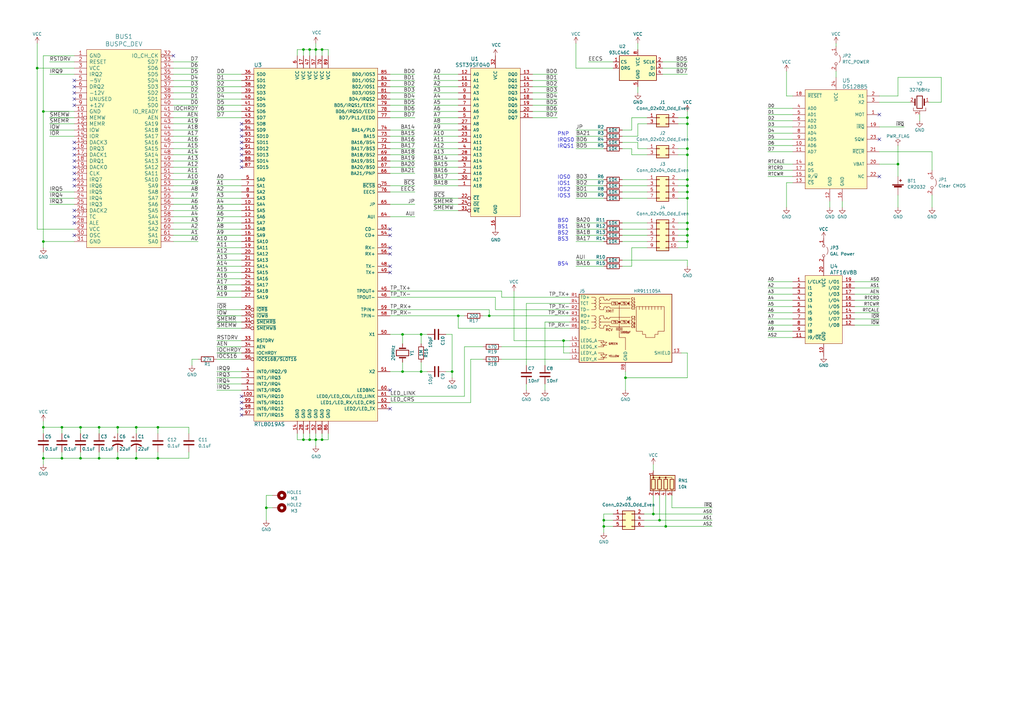
<source format=kicad_sch>
(kicad_sch (version 20250114) (generator "eeschema") (generator_version "9.0")
  (paper "A3")
  (title_block (title "ISA 8-Bit Ethernet Controller") (date "2021-04-22") (rev "1.0") (company "Designed by Sergey Kiselev") (comment 2 "Licensed under CERN-OHL-S: https://cern-ohl.web.cern.ch") (comment 3 "Documentation and design files: https://github.com/skiselev/isa8_eth") (comment 4 "ISA 8-Bit Ethernet Controller is an open source hardware project"))
  (text "IOS3" (at 228.6 81.28 0) (effects (font (size 1.524 1.524)) (justify left bottom)))
  (text "IRQS0" (at 228.6 58.42 0) (effects (font (size 1.524 1.524)) (justify left bottom)))
  (text "BS2" (at 228.6 96.52 0) (effects (font (size 1.524 1.524)) (justify left bottom)))
  (text "BS4" (at 228.6 109.22 0) (effects (font (size 1.524 1.524)) (justify left bottom)))
  (text "IRQS1" (at 228.6 60.96 0) (effects (font (size 1.524 1.524)) (justify left bottom)))
  (text "BS3" (at 228.6 99.06 0) (effects (font (size 1.524 1.524)) (justify left bottom)))
  (text "IOS0" (at 228.6 73.66 0) (effects (font (size 1.524 1.524)) (justify left bottom)))
  (text "PNP" (at 228.6 55.88 0) (effects (font (size 1.524 1.524)) (justify left bottom)))
  (text "IOS2" (at 228.6 78.74 0) (effects (font (size 1.524 1.524)) (justify left bottom)))
  (text "BS0" (at 228.6 91.44 0) (effects (font (size 1.524 1.524)) (justify left bottom)))
  (text "IOS1" (at 228.6 76.2 0) (effects (font (size 1.524 1.524)) (justify left bottom)))
  (text "BS1" (at 228.6 93.98 0) (effects (font (size 1.524 1.524)) (justify left bottom)))
  (junction (at 127 20.32))
  (junction (at 281.94 99.06))
  (junction (at 129.54 180.34))
  (junction (at 124.46 180.34))
  (junction (at 17.78 187.96))
  (junction (at 185.42 152.4))
  (junction (at 48.26 187.96))
  (junction (at 368.3 67.31))
  (junction (at 172.72 137.16))
  (junction (at 109.22 208.28))
  (junction (at 55.88 175.26))
  (junction (at 64.77 187.96))
  (junction (at 270.51 213.36))
  (junction (at 267.97 210.82))
  (junction (at 281.94 63.5))
  (junction (at 64.77 175.26))
  (junction (at 55.88 187.96))
  (junction (at 273.05 215.9))
  (junction (at 281.94 48.26))
  (junction (at 127 180.34))
  (junction (at 281.94 50.8))
  (junction (at 281.94 93.98))
  (junction (at 187.96 129.54))
  (junction (at 40.64 175.26))
  (junction (at 256.54 154.94))
  (junction (at 281.94 91.44))
  (junction (at 132.08 180.34))
  (junction (at 281.94 96.52))
  (junction (at 281.94 81.28))
  (junction (at 172.72 152.4))
  (junction (at 231.14 139.7))
  (junction (at 247.65 213.36))
  (junction (at 281.94 60.96))
  (junction (at 48.26 175.26))
  (junction (at 25.4 187.96))
  (junction (at 247.65 215.9))
  (junction (at 33.02 187.96))
  (junction (at 132.08 20.32))
  (junction (at 165.1 152.4))
  (junction (at 281.94 76.2))
  (junction (at 165.1 137.16))
  (junction (at 281.94 78.74))
  (junction (at 33.02 175.26))
  (junction (at 17.78 175.26))
  (junction (at 124.46 20.32))
  (junction (at 17.78 45.72))
  (junction (at 129.54 20.32))
  (junction (at 40.64 187.96))
  (junction (at 25.4 175.26))
  (junction (at 281.94 73.66))
  (junction (at 17.78 99.06))
  (junction (at 200.66 129.54))
  (junction (at 15.24 27.94))
  (no_connect (at 99.06 170.18))
  (no_connect (at 30.48 88.9))
  (no_connect (at 30.48 35.56))
  (no_connect (at 30.48 58.42))
  (no_connect (at 99.06 167.64))
  (no_connect (at 30.48 76.2))
  (no_connect (at 99.06 165.1))
  (no_connect (at 160.02 104.14))
  (no_connect (at 30.48 38.1))
  (no_connect (at 160.02 96.52))
  (no_connect (at 160.02 109.22))
  (no_connect (at 160.02 111.76))
  (no_connect (at 360.68 46.99))
  (no_connect (at 71.12 22.86))
  (no_connect (at 160.02 167.64))
  (no_connect (at 99.06 50.8))
  (no_connect (at 30.48 33.02))
  (no_connect (at 99.06 63.5))
  (no_connect (at 99.06 58.42))
  (no_connect (at 30.48 43.18))
  (no_connect (at 99.06 55.88))
  (no_connect (at 160.02 160.02))
  (no_connect (at 30.48 91.44))
  (no_connect (at 30.48 71.12))
  (no_connect (at 30.48 66.04))
  (no_connect (at 160.02 93.98))
  (no_connect (at 360.68 57.15))
  (no_connect (at 99.06 66.04))
  (no_connect (at 99.06 68.58))
  (no_connect (at 30.48 86.36))
  (no_connect (at 99.06 60.96))
  (no_connect (at 30.48 73.66))
  (no_connect (at 360.68 72.39))
  (no_connect (at 30.48 60.96))
  (no_connect (at 30.48 40.64))
  (no_connect (at 30.48 96.52))
  (no_connect (at 99.06 53.34))
  (no_connect (at 99.06 162.56))
  (no_connect (at 30.48 68.58))
  (no_connect (at 160.02 101.6))
  (no_connect (at 30.48 63.5))
  (wire (pts (xy 99.06 134.62) (xy 88.9 134.62)))
  (wire (pts (xy 247.65 91.44) (xy 236.22 91.44)))
  (wire (pts (xy 71.12 55.88) (xy 81.28 55.88)))
  (wire (pts (xy 279.4 144.78) (xy 281.94 144.78)))
  (wire (pts (xy 177.8 76.2) (xy 187.96 76.2)))
  (wire (pts (xy 255.27 58.42) (xy 261.62 58.42)))
  (wire (pts (xy 17.78 45.72) (xy 17.78 99.06)))
  (wire (pts (xy 187.96 48.26) (xy 177.8 48.26)))
  (wire (pts (xy 160.02 43.18) (xy 170.18 43.18)))
  (wire (pts (xy 129.54 20.32) (xy 129.54 22.86)))
  (wire (pts (xy 281.94 99.06) (xy 281.94 101.6)))
  (wire (pts (xy 205.74 119.38) (xy 205.74 121.92)))
  (wire (pts (xy 71.12 53.34) (xy 81.28 53.34)))
  (wire (pts (xy 172.72 152.4) (xy 175.26 152.4)))
  (wire (pts (xy 99.06 30.48) (xy 88.9 30.48)))
  (wire (pts (xy 325.12 138.43) (xy 314.96 138.43)))
  (wire (pts (xy 71.12 96.52) (xy 81.28 96.52)))
  (wire (pts (xy 55.88 185.42) (xy 55.88 187.96)))
  (wire (pts (xy 190.5 162.56) (xy 160.02 162.56)))
  (wire (pts (xy 368.3 31.75) (xy 386.08 31.75)))
  (wire (pts (xy 325.12 74.93) (xy 322.58 74.93)))
  (wire (pts (xy 160.02 38.1) (xy 170.18 38.1)))
  (wire (pts (xy 30.48 81.28) (xy 20.32 81.28)))
  (wire (pts (xy 99.06 83.82) (xy 88.9 83.82)))
  (wire (pts (xy 233.68 142.24) (xy 205.74 142.24)))
  (wire (pts (xy 325.12 52.07) (xy 314.96 52.07)))
  (wire (pts (xy 325.12 125.73) (xy 314.96 125.73)))
  (wire (pts (xy 325.12 115.57) (xy 314.96 115.57)))
  (wire (pts (xy 247.65 215.9) (xy 247.65 218.44)))
  (wire (pts (xy 264.16 213.36) (xy 270.51 213.36)))
  (wire (pts (xy 71.12 33.02) (xy 81.28 33.02)))
  (wire (pts (xy 99.06 99.06) (xy 88.9 99.06)))
  (wire (pts (xy 350.52 125.73) (xy 360.68 125.73)))
  (wire (pts (xy 15.24 17.78) (xy 15.24 27.94)))
  (wire (pts (xy 325.12 54.61) (xy 314.96 54.61)))
  (wire (pts (xy 281.94 60.96) (xy 281.94 63.5)))
  (wire (pts (xy 25.4 175.26) (xy 33.02 175.26)))
  (wire (pts (xy 160.02 121.92) (xy 203.2 121.92)))
  (wire (pts (xy 160.02 30.48) (xy 170.18 30.48)))
  (wire (pts (xy 132.08 180.34) (xy 129.54 180.34)))
  (wire (pts (xy 129.54 17.78) (xy 129.54 20.32)))
  (wire (pts (xy 127 20.32) (xy 127 22.86)))
  (wire (pts (xy 278.13 78.74) (xy 281.94 78.74)))
  (wire (pts (xy 160.02 66.04) (xy 170.18 66.04)))
  (wire (pts (xy 129.54 177.8) (xy 129.54 180.34)))
  (wire (pts (xy 64.77 187.96) (xy 55.88 187.96)))
  (wire (pts (xy 325.12 133.35) (xy 314.96 133.35)))
  (wire (pts (xy 368.3 59.69) (xy 368.3 67.31)))
  (wire (pts (xy 267.97 203.2) (xy 267.97 210.82)))
  (wire (pts (xy 64.77 185.42) (xy 64.77 187.96)))
  (wire (pts (xy 81.28 147.32) (xy 78.74 147.32)))
  (wire (pts (xy 350.52 130.81) (xy 360.68 130.81)))
  (wire (pts (xy 281.94 63.5) (xy 281.94 73.66)))
  (wire (pts (xy 218.44 33.02) (xy 228.6 33.02)))
  (wire (pts (xy 325.12 39.37) (xy 322.58 39.37)))
  (wire (pts (xy 223.52 132.08) (xy 223.52 149.86)))
  (wire (pts (xy 261.62 35.56) (xy 261.62 38.1)))
  (wire (pts (xy 99.06 93.98) (xy 88.9 93.98)))
  (wire (pts (xy 17.78 187.96) (xy 17.78 190.5)))
  (wire (pts (xy 40.64 177.8) (xy 40.64 175.26)))
  (wire (pts (xy 322.58 39.37) (xy 322.58 29.21)))
  (wire (pts (xy 255.27 93.98) (xy 265.43 93.98)))
  (wire (pts (xy 187.96 33.02) (xy 177.8 33.02)))
  (wire (pts (xy 127 177.8) (xy 127 180.34)))
  (wire (pts (xy 160.02 68.58) (xy 170.18 68.58)))
  (wire (pts (xy 17.78 22.86) (xy 17.78 45.72)))
  (wire (pts (xy 25.4 187.96) (xy 33.02 187.96)))
  (wire (pts (xy 30.48 22.86) (xy 17.78 22.86)))
  (wire (pts (xy 99.06 154.94) (xy 88.9 154.94)))
  (wire (pts (xy 267.97 210.82) (xy 292.1 210.82)))
  (wire (pts (xy 223.52 157.48) (xy 223.52 160.02)))
  (wire (pts (xy 99.06 101.6) (xy 88.9 101.6)))
  (wire (pts (xy 255.27 106.68) (xy 281.94 106.68)))
  (wire (pts (xy 215.9 157.48) (xy 215.9 160.02)))
  (wire (pts (xy 71.12 50.8) (xy 81.28 50.8)))
  (wire (pts (xy 129.54 180.34) (xy 127 180.34)))
  (wire (pts (xy 99.06 91.44) (xy 88.9 91.44)))
  (wire (pts (xy 165.1 137.16) (xy 172.72 137.16)))
  (wire (pts (xy 99.06 127) (xy 88.9 127)))
  (wire (pts (xy 187.96 45.72) (xy 177.8 45.72)))
  (wire (pts (xy 264.16 215.9) (xy 273.05 215.9)))
  (wire (pts (xy 281.94 99.06) (xy 278.13 99.06)))
  (wire (pts (xy 281.94 78.74) (xy 281.94 81.28)))
  (wire (pts (xy 281.94 106.68) (xy 281.94 109.22)))
  (wire (pts (xy 281.94 101.6) (xy 278.13 101.6)))
  (wire (pts (xy 360.68 39.37) (xy 368.3 39.37)))
  (wire (pts (xy 281.94 144.78) (xy 281.94 154.94)))
  (wire (pts (xy 231.14 144.78) (xy 231.14 139.7)))
  (wire (pts (xy 205.74 121.92) (xy 233.68 121.92)))
  (wire (pts (xy 185.42 137.16) (xy 182.88 137.16)))
  (wire (pts (xy 231.14 139.7) (xy 233.68 139.7)))
  (wire (pts (xy 71.12 66.04) (xy 81.28 66.04)))
  (wire (pts (xy 99.06 38.1) (xy 88.9 38.1)))
  (wire (pts (xy 350.52 118.11) (xy 360.68 118.11)))
  (wire (pts (xy 325.12 128.27) (xy 314.96 128.27)))
  (wire (pts (xy 99.06 104.14) (xy 88.9 104.14)))
  (wire (pts (xy 160.02 45.72) (xy 170.18 45.72)))
  (wire (pts (xy 187.96 134.62) (xy 187.96 129.54)))
  (wire (pts (xy 247.65 76.2) (xy 236.22 76.2)))
  (wire (pts (xy 17.78 99.06) (xy 30.48 99.06)))
  (wire (pts (xy 255.27 53.34) (xy 259.08 53.34)))
  (wire (pts (xy 360.68 52.07) (xy 370.84 52.07)))
  (wire (pts (xy 99.06 144.78) (xy 88.9 144.78)))
  (wire (pts (xy 278.13 63.5) (xy 281.94 63.5)))
  (wire (pts (xy 71.12 63.5) (xy 81.28 63.5)))
  (wire (pts (xy 187.96 58.42) (xy 177.8 58.42)))
  (wire (pts (xy 99.06 81.28) (xy 88.9 81.28)))
  (wire (pts (xy 30.48 78.74) (xy 20.32 78.74)))
  (wire (pts (xy 77.47 187.96) (xy 64.77 187.96)))
  (wire (pts (xy 187.96 83.82) (xy 177.8 83.82)))
  (wire (pts (xy 99.06 152.4) (xy 88.9 152.4)))
  (wire (pts (xy 71.12 91.44) (xy 81.28 91.44)))
  (wire (pts (xy 281.94 48.26) (xy 281.94 50.8)))
  (wire (pts (xy 325.12 123.19) (xy 314.96 123.19)))
  (wire (pts (xy 255.27 109.22) (xy 259.08 109.22)))
  (wire (pts (xy 345.44 82.55) (xy 345.44 85.09)))
  (wire (pts (xy 270.51 213.36) (xy 292.1 213.36)))
  (wire (pts (xy 132.08 180.34) (xy 132.08 177.8)))
  (wire (pts (xy 99.06 139.7) (xy 88.9 139.7)))
  (wire (pts (xy 64.77 177.8) (xy 64.77 175.26)))
  (wire (pts (xy 281.94 91.44) (xy 281.94 93.98)))
  (wire (pts (xy 360.68 67.31) (xy 368.3 67.31)))
  (wire (pts (xy 71.12 71.12) (xy 81.28 71.12)))
  (wire (pts (xy 259.08 53.34) (xy 259.08 48.26)))
  (wire (pts (xy 121.92 20.32) (xy 124.46 20.32)))
  (wire (pts (xy 247.65 213.36) (xy 247.65 215.9)))
  (wire (pts (xy 203.2 121.92) (xy 203.2 127)))
  (wire (pts (xy 71.12 99.06) (xy 81.28 99.06)))
  (wire (pts (xy 265.43 76.2) (xy 255.27 76.2)))
  (wire (pts (xy 160.02 119.38) (xy 205.74 119.38)))
  (wire (pts (xy 259.08 60.96) (xy 259.08 63.5)))
  (wire (pts (xy 160.02 137.16) (xy 165.1 137.16)))
  (wire (pts (xy 71.12 83.82) (xy 81.28 83.82)))
  (wire (pts (xy 210.82 119.38) (xy 210.82 139.7)))
  (wire (pts (xy 77.47 177.8) (xy 77.47 175.26)))
  (wire (pts (xy 111.76 203.2) (xy 109.22 203.2)))
  (wire (pts (xy 325.12 120.65) (xy 314.96 120.65)))
  (wire (pts (xy 247.65 210.82) (xy 247.65 213.36)))
  (wire (pts (xy 165.1 137.16) (xy 165.1 140.97)))
  (wire (pts (xy 40.64 175.26) (xy 48.26 175.26)))
  (wire (pts (xy 281.94 45.72) (xy 281.94 48.26)))
  (wire (pts (xy 30.48 30.48) (xy 20.32 30.48)))
  (wire (pts (xy 325.12 130.81) (xy 314.96 130.81)))
  (wire (pts (xy 17.78 187.96) (xy 25.4 187.96)))
  (wire (pts (xy 160.02 127) (xy 200.66 127)))
  (wire (pts (xy 256.54 154.94) (xy 256.54 160.02)))
  (wire (pts (xy 325.12 72.39) (xy 314.96 72.39)))
  (wire (pts (xy 71.12 58.42) (xy 81.28 58.42)))
  (wire (pts (xy 160.02 58.42) (xy 170.18 58.42)))
  (wire (pts (xy 160.02 165.1) (xy 193.04 165.1)))
  (wire (pts (xy 322.58 74.93) (xy 322.58 85.09)))
  (wire (pts (xy 124.46 177.8) (xy 124.46 180.34)))
  (wire (pts (xy 99.06 43.18) (xy 88.9 43.18)))
  (wire (pts (xy 99.06 160.02) (xy 88.9 160.02)))
  (wire (pts (xy 160.02 71.12) (xy 170.18 71.12)))
  (wire (pts (xy 71.12 48.26) (xy 81.28 48.26)))
  (wire (pts (xy 99.06 119.38) (xy 88.9 119.38)))
  (wire (pts (xy 261.62 55.88) (xy 255.27 55.88)))
  (wire (pts (xy 15.24 27.94) (xy 15.24 93.98)))
  (wire (pts (xy 71.12 88.9) (xy 81.28 88.9)))
  (wire (pts (xy 247.65 96.52) (xy 236.22 96.52)))
  (wire (pts (xy 71.12 38.1) (xy 81.28 38.1)))
  (wire (pts (xy 25.4 177.8) (xy 25.4 175.26)))
  (wire (pts (xy 160.02 40.64) (xy 170.18 40.64)))
  (wire (pts (xy 64.77 175.26) (xy 55.88 175.26)))
  (wire (pts (xy 99.06 111.76) (xy 88.9 111.76)))
  (wire (pts (xy 15.24 93.98) (xy 30.48 93.98)))
  (wire (pts (xy 281.94 81.28) (xy 281.94 91.44)))
  (wire (pts (xy 121.92 180.34) (xy 121.92 177.8)))
  (wire (pts (xy 99.06 33.02) (xy 88.9 33.02)))
  (wire (pts (xy 25.4 185.42) (xy 25.4 187.96)))
  (wire (pts (xy 281.94 50.8) (xy 281.94 60.96)))
  (wire (pts (xy 218.44 35.56) (xy 228.6 35.56)))
  (wire (pts (xy 368.3 85.09) (xy 368.3 80.01)))
  (wire (pts (xy 187.96 50.8) (xy 177.8 50.8)))
  (wire (pts (xy 99.06 106.68) (xy 88.9 106.68)))
  (wire (pts (xy 251.46 25.4) (xy 241.3 25.4)))
  (wire (pts (xy 382.27 85.09) (xy 382.27 80.01)))
  (wire (pts (xy 218.44 40.64) (xy 228.6 40.64)))
  (wire (pts (xy 99.06 45.72) (xy 88.9 45.72)))
  (wire (pts (xy 233.68 124.46) (xy 215.9 124.46)))
  (wire (pts (xy 187.96 40.64) (xy 177.8 40.64)))
  (wire (pts (xy 247.65 73.66) (xy 236.22 73.66)))
  (wire (pts (xy 160.02 33.02) (xy 170.18 33.02)))
  (wire (pts (xy 218.44 43.18) (xy 228.6 43.18)))
  (wire (pts (xy 271.78 27.94) (xy 281.94 27.94)))
  (wire (pts (xy 187.96 71.12) (xy 177.8 71.12)))
  (wire (pts (xy 109.22 203.2) (xy 109.22 208.28)))
  (wire (pts (xy 99.06 157.48) (xy 88.9 157.48)))
  (wire (pts (xy 247.65 215.9) (xy 251.46 215.9)))
  (wire (pts (xy 17.78 45.72) (xy 30.48 45.72)))
  (wire (pts (xy 271.78 25.4) (xy 281.94 25.4)))
  (wire (pts (xy 360.68 41.91) (xy 373.38 41.91)))
  (wire (pts (xy 71.12 35.56) (xy 81.28 35.56)))
  (wire (pts (xy 218.44 48.26) (xy 228.6 48.26)))
  (wire (pts (xy 109.22 208.28) (xy 109.22 213.36)))
  (wire (pts (xy 99.06 48.26) (xy 88.9 48.26)))
  (wire (pts (xy 187.96 60.96) (xy 177.8 60.96)))
  (wire (pts (xy 187.96 134.62) (xy 233.68 134.62)))
  (wire (pts (xy 77.47 175.26) (xy 64.77 175.26)))
  (wire (pts (xy 264.16 210.82) (xy 267.97 210.82)))
  (wire (pts (xy 172.72 137.16) (xy 172.72 140.97)))
  (wire (pts (xy 281.94 93.98) (xy 281.94 96.52)))
  (wire (pts (xy 48.26 175.26) (xy 48.26 177.8)))
  (wire (pts (xy 160.02 88.9) (xy 170.18 88.9)))
  (wire (pts (xy 99.06 109.22) (xy 88.9 109.22)))
  (wire (pts (xy 247.65 53.34) (xy 236.22 53.34)))
  (wire (pts (xy 30.48 25.4) (xy 20.32 25.4)))
  (wire (pts (xy 325.12 59.69) (xy 314.96 59.69)))
  (wire (pts (xy 160.02 35.56) (xy 170.18 35.56)))
  (wire (pts (xy 247.65 106.68) (xy 236.22 106.68)))
  (wire (pts (xy 281.94 93.98) (xy 278.13 93.98)))
  (wire (pts (xy 40.64 187.96) (xy 48.26 187.96)))
  (wire (pts (xy 381 41.91) (xy 386.08 41.91)))
  (wire (pts (xy 190.5 142.24) (xy 190.5 162.56)))
  (wire (pts (xy 210.82 139.7) (xy 231.14 139.7)))
  (wire (pts (xy 281.94 76.2) (xy 281.94 78.74)))
  (wire (pts (xy 247.65 55.88) (xy 236.22 55.88)))
  (wire (pts (xy 187.96 68.58) (xy 177.8 68.58)))
  (wire (pts (xy 124.46 20.32) (xy 124.46 22.86)))
  (wire (pts (xy 160.02 48.26) (xy 170.18 48.26)))
  (wire (pts (xy 71.12 76.2) (xy 81.28 76.2)))
  (wire (pts (xy 48.26 175.26) (xy 55.88 175.26)))
  (wire (pts (xy 247.65 60.96) (xy 236.22 60.96)))
  (wire (pts (xy 187.96 66.04) (xy 177.8 66.04)))
  (wire (pts (xy 121.92 22.86) (xy 121.92 20.32)))
  (wire (pts (xy 111.76 208.28) (xy 109.22 208.28)))
  (wire (pts (xy 350.52 115.57) (xy 360.68 115.57)))
  (wire (pts (xy 259.08 63.5) (xy 265.43 63.5)))
  (wire (pts (xy 160.02 63.5) (xy 170.18 63.5)))
  (wire (pts (xy 255.27 96.52) (xy 265.43 96.52)))
  (wire (pts (xy 71.12 68.58) (xy 81.28 68.58)))
  (wire (pts (xy 247.65 78.74) (xy 236.22 78.74)))
  (wire (pts (xy 124.46 20.32) (xy 127 20.32)))
  (wire (pts (xy 187.96 30.48) (xy 177.8 30.48)))
  (wire (pts (xy 350.52 128.27) (xy 360.68 128.27)))
  (wire (pts (xy 160.02 78.74) (xy 170.18 78.74)))
  (wire (pts (xy 278.13 81.28) (xy 281.94 81.28)))
  (wire (pts (xy 99.06 73.66) (xy 88.9 73.66)))
  (wire (pts (xy 386.08 41.91) (xy 386.08 31.75)))
  (wire (pts (xy 255.27 91.44) (xy 265.43 91.44)))
  (wire (pts (xy 350.52 120.65) (xy 360.68 120.65)))
  (wire (pts (xy 278.13 76.2) (xy 281.94 76.2)))
  (wire (pts (xy 190.5 129.54) (xy 187.96 129.54)))
  (wire (pts (xy 251.46 210.82) (xy 247.65 210.82)))
  (wire (pts (xy 77.47 185.42) (xy 77.47 187.96)))
  (wire (pts (xy 185.42 137.16) (xy 185.42 152.4)))
  (wire (pts (xy 185.42 152.4) (xy 185.42 154.94)))
  (wire (pts (xy 71.12 43.18) (xy 81.28 43.18)))
  (wire (pts (xy 160.02 152.4) (xy 165.1 152.4)))
  (wire (pts (xy 187.96 86.36) (xy 177.8 86.36)))
  (wire (pts (xy 172.72 137.16) (xy 175.26 137.16)))
  (wire (pts (xy 251.46 27.94) (xy 236.22 27.94)))
  (wire (pts (xy 278.13 48.26) (xy 281.94 48.26)))
  (wire (pts (xy 30.48 55.88) (xy 20.32 55.88)))
  (wire (pts (xy 215.9 124.46) (xy 215.9 149.86)))
  (wire (pts (xy 160.02 55.88) (xy 170.18 55.88)))
  (wire (pts (xy 325.12 69.85) (xy 314.96 69.85)))
  (wire (pts (xy 261.62 17.78) (xy 261.62 20.32)))
  (wire (pts (xy 71.12 30.48) (xy 81.28 30.48)))
  (wire (pts (xy 259.08 48.26) (xy 265.43 48.26)))
  (wire (pts (xy 275.59 203.2) (xy 275.59 208.28)))
  (wire (pts (xy 30.48 83.82) (xy 20.32 83.82)))
  (wire (pts (xy 48.26 187.96) (xy 48.26 185.42)))
  (wire (pts (xy 165.1 152.4) (xy 172.72 152.4)))
  (wire (pts (xy 265.43 81.28) (xy 255.27 81.28)))
  (wire (pts (xy 382.27 69.85) (xy 382.27 62.23)))
  (wire (pts (xy 247.65 93.98) (xy 236.22 93.98)))
  (wire (pts (xy 218.44 30.48) (xy 228.6 30.48)))
  (wire (pts (xy 218.44 38.1) (xy 228.6 38.1)))
  (wire (pts (xy 325.12 46.99) (xy 314.96 46.99)))
  (wire (pts (xy 187.96 81.28) (xy 177.8 81.28)))
  (wire (pts (xy 325.12 135.89) (xy 314.96 135.89)))
  (wire (pts (xy 132.08 20.32) (xy 132.08 22.86)))
  (wire (pts (xy 172.72 152.4) (xy 172.72 148.59)))
  (wire (pts (xy 127 180.34) (xy 124.46 180.34)))
  (wire (pts (xy 325.12 118.11) (xy 314.96 118.11)))
  (wire (pts (xy 247.65 213.36) (xy 251.46 213.36)))
  (wire (pts (xy 259.08 101.6) (xy 259.08 109.22)))
  (wire (pts (xy 187.96 63.5) (xy 177.8 63.5)))
  (wire (pts (xy 71.12 60.96) (xy 81.28 60.96)))
  (wire (pts (xy 160.02 76.2) (xy 170.18 76.2)))
  (wire (pts (xy 278.13 50.8) (xy 281.94 50.8)))
  (wire (pts (xy 281.94 96.52) (xy 278.13 96.52)))
  (wire (pts (xy 247.65 58.42) (xy 236.22 58.42)))
  (wire (pts (xy 377.19 46.99) (xy 377.19 49.53)))
  (wire (pts (xy 33.02 177.8) (xy 33.02 175.26)))
  (wire (pts (xy 187.96 55.88) (xy 177.8 55.88)))
  (wire (pts (xy 233.68 147.32) (xy 205.74 147.32)))
  (wire (pts (xy 187.96 53.34) (xy 177.8 53.34)))
  (wire (pts (xy 281.94 73.66) (xy 281.94 76.2)))
  (wire (pts (xy 261.62 50.8) (xy 265.43 50.8)))
  (wire (pts (xy 30.48 48.26) (xy 20.32 48.26)))
  (wire (pts (xy 71.12 25.4) (xy 81.28 25.4)))
  (wire (pts (xy 236.22 27.94) (xy 236.22 17.78)))
  (wire (pts (xy 273.05 203.2) (xy 273.05 215.9)))
  (wire (pts (xy 256.54 152.4) (xy 256.54 154.94)))
  (wire (pts (xy 99.06 88.9) (xy 88.9 88.9)))
  (wire (pts (xy 281.94 96.52) (xy 281.94 99.06)))
  (wire (pts (xy 200.66 129.54) (xy 233.68 129.54)))
  (wire (pts (xy 350.52 123.19) (xy 360.68 123.19)))
  (wire (pts (xy 71.12 45.72) (xy 81.28 45.72)))
  (wire (pts (xy 278.13 73.66) (xy 281.94 73.66)))
  (wire (pts (xy 55.88 177.8) (xy 55.88 175.26)))
  (wire (pts (xy 129.54 20.32) (xy 132.08 20.32)))
  (wire (pts (xy 342.9 17.78) (xy 342.9 19.05)))
  (wire (pts (xy 71.12 86.36) (xy 81.28 86.36)))
  (wire (pts (xy 325.12 49.53) (xy 314.96 49.53)))
  (wire (pts (xy 99.06 96.52) (xy 88.9 96.52)))
  (wire (pts (xy 203.2 127) (xy 233.68 127)))
  (wire (pts (xy 273.05 215.9) (xy 292.1 215.9)))
  (wire (pts (xy 368.3 67.31) (xy 368.3 72.39)))
  (wire (pts (xy 30.48 53.34) (xy 20.32 53.34)))
  (wire (pts (xy 177.8 73.66) (xy 187.96 73.66)))
  (wire (pts (xy 187.96 38.1) (xy 177.8 38.1)))
  (wire (pts (xy 265.43 73.66) (xy 255.27 73.66)))
  (wire (pts (xy 71.12 81.28) (xy 81.28 81.28)))
  (wire (pts (xy 160.02 53.34) (xy 170.18 53.34)))
  (wire (pts (xy 129.54 182.88) (xy 129.54 180.34)))
  (wire (pts (xy 275.59 208.28) (xy 292.1 208.28)))
  (wire (pts (xy 71.12 40.64) (xy 81.28 40.64)))
  (wire (pts (xy 132.08 20.32) (xy 134.62 20.32)))
  (wire (pts (xy 200.66 127) (xy 200.66 129.54)))
  (wire (pts (xy 71.12 93.98) (xy 81.28 93.98)))
  (wire (pts (xy 48.26 187.96) (xy 55.88 187.96)))
  (wire (pts (xy 270.51 203.2) (xy 270.51 213.36)))
  (wire (pts (xy 267.97 190.5) (xy 267.97 193.04)))
  (wire (pts (xy 99.06 121.92) (xy 88.9 121.92)))
  (wire (pts (xy 281.94 154.94) (xy 256.54 154.94)))
  (wire (pts (xy 233.68 144.78) (xy 231.14 144.78)))
  (wire (pts (xy 127 20.32) (xy 129.54 20.32)))
  (wire (pts (xy 99.06 129.54) (xy 88.9 129.54)))
  (wire (pts (xy 124.46 180.34) (xy 121.92 180.34)))
  (wire (pts (xy 247.65 99.06) (xy 236.22 99.06)))
  (wire (pts (xy 30.48 50.8) (xy 20.32 50.8)))
  (wire (pts (xy 71.12 78.74) (xy 81.28 78.74)))
  (wire (pts (xy 160.02 60.96) (xy 170.18 60.96)))
  (wire (pts (xy 193.04 147.32) (xy 198.12 147.32)))
  (wire (pts (xy 368.3 39.37) (xy 368.3 31.75)))
  (wire (pts (xy 198.12 129.54) (xy 200.66 129.54)))
  (wire (pts (xy 99.06 132.08) (xy 88.9 132.08)))
  (wire (pts (xy 33.02 175.26) (xy 40.64 175.26)))
  (wire (pts (xy 187.96 43.18) (xy 177.8 43.18)))
  (wire (pts (xy 33.02 187.96) (xy 40.64 187.96)))
  (wire (pts (xy 360.68 62.23) (xy 382.27 62.23)))
  (wire (pts (xy 99.06 76.2) (xy 88.9 76.2)))
  (wire (pts (xy 99.06 114.3) (xy 88.9 114.3)))
  (wire (pts (xy 325.12 57.15) (xy 314.96 57.15)))
  (wire (pts (xy 255.27 60.96) (xy 259.08 60.96)))
  (wire (pts (xy 99.06 147.32) (xy 88.9 147.32)))
  (wire (pts (xy 99.06 40.64) (xy 88.9 40.64)))
  (wire (pts (xy 33.02 187.96) (xy 33.02 185.42)))
  (wire (pts (xy 99.06 86.36) (xy 88.9 86.36)))
  (wire (pts (xy 261.62 60.96) (xy 265.43 60.96)))
  (wire (pts (xy 17.78 175.26) (xy 25.4 175.26)))
  (wire (pts (xy 325.12 67.31) (xy 314.96 67.31)))
  (wire (pts (xy 218.44 45.72) (xy 228.6 45.72)))
  (wire (pts (xy 99.06 35.56) (xy 88.9 35.56)))
  (wire (pts (xy 134.62 180.34) (xy 132.08 180.34)))
  (wire (pts (xy 160.02 129.54) (xy 187.96 129.54)))
  (wire (pts (xy 265.43 78.74) (xy 255.27 78.74)))
  (wire (pts (xy 350.52 133.35) (xy 360.68 133.35)))
  (wire (pts (xy 271.78 30.48) (xy 281.94 30.48)))
  (wire (pts (xy 15.24 27.94) (xy 30.48 27.94)))
  (wire (pts (xy 165.1 152.4) (xy 165.1 148.59)))
  (wire (pts (xy 17.78 172.72) (xy 17.78 175.26)))
  (wire (pts (xy 40.64 185.42) (xy 40.64 187.96)))
  (wire (pts (xy 325.12 62.23) (xy 314.96 62.23)))
  (wire (pts (xy 71.12 73.66) (xy 81.28 73.66)))
  (wire (pts (xy 247.65 81.28) (xy 236.22 81.28)))
  (wire (pts (xy 17.78 175.26) (xy 17.78 177.8)))
  (wire (pts (xy 342.9 29.21) (xy 342.9 31.75)))
  (wire (pts (xy 99.06 142.24) (xy 88.9 142.24)))
  (wire (pts (xy 340.36 82.55) (xy 340.36 85.09)))
  (wire (pts (xy 187.96 35.56) (xy 177.8 35.56)))
  (wire (pts (xy 134.62 20.32) (xy 134.62 22.86)))
  (wire (pts (xy 182.88 152.4) (xy 185.42 152.4)))
  (wire (pts (xy 78.74 147.32) (xy 78.74 149.86)))
  (wire (pts (xy 17.78 99.06) (xy 17.78 101.6)))
  (wire (pts (xy 99.06 116.84) (xy 88.9 116.84)))
  (wire (pts (xy 233.68 132.08) (xy 223.52 132.08)))
  (wire (pts (xy 99.06 78.74) (xy 88.9 78.74)))
  (wire (pts (xy 247.65 109.22) (xy 236.22 109.22)))
  (wire (pts (xy 261.62 50.8) (xy 261.62 55.88)))
  (wire (pts (xy 281.94 91.44) (xy 278.13 91.44)))
  (wire (pts (xy 160.02 83.82) (xy 170.18 83.82)))
  (wire (pts (xy 134.62 177.8) (xy 134.62 180.34)))
  (wire (pts (xy 190.5 142.24) (xy 198.12 142.24)))
  (wire (pts (xy 278.13 60.96) (xy 281.94 60.96)))
  (wire (pts (xy 325.12 44.45) (xy 314.96 44.45)))
  (wire (pts (xy 261.62 58.42) (xy 261.62 60.96)))
  (wire (pts (xy 193.04 147.32) (xy 193.04 165.1)))
  (wire (pts (xy 71.12 27.94) (xy 81.28 27.94)))
  (wire (pts (xy 265.43 101.6) (xy 259.08 101.6)))
  (wire (pts (xy 255.27 99.06) (xy 265.43 99.06)))
  (wire (pts (xy 17.78 185.42) (xy 17.78 187.96)))
  (label "BA15" (at 177.8 68.58 0) (effects (font (size 1.524 1.524))))
  (label "BD3" (at 228.6 38.1 180) (effects (font (size 1.524 1.524))))
  (label "A0" (at 81.28 99.06 180) (effects (font (size 1.524 1.524))))
  (label "~{IRQ}" (at 292.1 208.28 180))
  (label "A19" (at 81.28 50.8 180) (effects (font (size 1.524 1.524))))
  (label "BD7" (at 281.94 30.48 180) (effects (font (size 1.524 1.524))))
  (label "AS0" (at 292.1 210.82 180))
  (label "A5" (at 81.28 86.36 180) (effects (font (size 1.524 1.524))))
  (label "A0" (at 314.96 115.57 0))
  (label "A17" (at 88.9 116.84 0) (effects (font (size 1.524 1.524))))
  (label "AS0" (at 360.68 115.57 180))
  (label "A2" (at 88.9 78.74 0) (effects (font (size 1.524 1.524))))
  (label "A8" (at 314.96 133.35 0))
  (label "D0" (at 88.9 30.48 0) (effects (font (size 1.524 1.524))))
  (label "BD3" (at 236.22 73.66 0) (effects (font (size 1.524 1.524))))
  (label "A14" (at 88.9 109.22 0) (effects (font (size 1.524 1.524))))
  (label "BA21" (at 236.22 55.88 0) (effects (font (size 1.524 1.524))))
  (label "D4" (at 81.28 33.02 180) (effects (font (size 1.524 1.524))))
  (label "A18" (at 88.9 119.38 0) (effects (font (size 1.524 1.524))))
  (label "IRQ5" (at 88.9 160.02 0) (effects (font (size 1.524 1.524))))
  (label "BA17" (at 177.8 73.66 0) (effects (font (size 1.524 1.524))))
  (label "IRQ3" (at 20.32 83.82 0) (effects (font (size 1.524 1.524))))
  (label "A10" (at 177.8 55.88 0) (effects (font (size 1.524 1.524))))
  (label "A13" (at 177.8 63.5 0) (effects (font (size 1.524 1.524))))
  (label "D5" (at 81.28 30.48 180) (effects (font (size 1.524 1.524))))
  (label "RTCWR" (at 314.96 72.39 0))
  (label "A0" (at 177.8 30.48 0) (effects (font (size 1.524 1.524))))
  (label "BD2" (at 228.6 35.56 180) (effects (font (size 1.524 1.524))))
  (label "BA18" (at 236.22 96.52 0) (effects (font (size 1.524 1.524))))
  (label "BD2" (at 236.22 76.2 0) (effects (font (size 1.524 1.524))))
  (label "RTCRD" (at 360.68 123.19 180))
  (label "A7" (at 88.9 91.44 0) (effects (font (size 1.524 1.524))))
  (label "D2" (at 81.28 38.1 180) (effects (font (size 1.524 1.524))))
  (label "D1" (at 314.96 46.99 0))
  (label "D5" (at 88.9 43.18 0) (effects (font (size 1.524 1.524))))
  (label "D4" (at 314.96 54.61 0))
  (label "~{BCS}" (at 170.18 76.2 180) (effects (font (size 1.524 1.524))))
  (label "RTCALE" (at 314.96 67.31 0))
  (label "D0" (at 81.28 43.18 180) (effects (font (size 1.524 1.524))))
  (label "BD3" (at 170.18 38.1 180) (effects (font (size 1.524 1.524))))
  (label "D6" (at 314.96 59.69 0))
  (label "A8" (at 177.8 50.8 0) (effects (font (size 1.524 1.524))))
  (label "BD4" (at 228.6 40.64 180) (effects (font (size 1.524 1.524))))
  (label "D2" (at 314.96 49.53 0))
  (label "IOCHRDY" (at 88.9 144.78 0) (effects (font (size 1.524 1.524))))
  (label "BA21" (at 170.18 71.12 180) (effects (font (size 1.524 1.524))))
  (label "A15" (at 88.9 111.76 0) (effects (font (size 1.524 1.524))))
  (label "BD5" (at 236.22 60.96 0) (effects (font (size 1.524 1.524))))
  (label "IRQ5" (at 20.32 78.74 0) (effects (font (size 1.524 1.524))))
  (label "BD7" (at 228.6 48.26 180) (effects (font (size 1.524 1.524))))
  (label "A7" (at 177.8 48.26 0) (effects (font (size 1.524 1.524))))
  (label "D1" (at 81.28 40.64 180) (effects (font (size 1.524 1.524))))
  (label "A9" (at 81.28 76.2 180) (effects (font (size 1.524 1.524))))
  (label "BA14" (at 177.8 66.04 0) (effects (font (size 1.524 1.524))))
  (label "BA16" (at 177.8 71.12 0) (effects (font (size 1.524 1.524))))
  (label "A12" (at 88.9 104.14 0) (effects (font (size 1.524 1.524))))
  (label "BA14" (at 170.18 53.34 180) (effects (font (size 1.524 1.524))))
  (label "BA16" (at 236.22 109.22 0) (effects (font (size 1.524 1.524))))
  (label "TP_TX+" (at 160.02 119.38 0) (effects (font (size 1.524 1.524))))
  (label "BA20" (at 236.22 91.44 0) (effects (font (size 1.524 1.524))))
  (label "A6" (at 314.96 128.27 0))
  (label "AS1" (at 360.68 118.11 180))
  (label "A1" (at 81.28 96.52 180) (effects (font (size 1.524 1.524))))
  (label "BA18" (at 170.18 63.5 180) (effects (font (size 1.524 1.524))))
  (label "~{IOR}" (at 88.9 127 0) (effects (font (size 1.524 1.524))))
  (label "AS2" (at 292.1 215.9 180))
  (label "~{IOW}" (at 88.9 129.54 0) (effects (font (size 1.524 1.524))))
  (label "A10" (at 81.28 73.66 180) (effects (font (size 1.524 1.524))))
  (label "A4" (at 88.9 83.82 0) (effects (font (size 1.524 1.524))))
  (label "BD0" (at 236.22 81.28 0) (effects (font (size 1.524 1.524))))
  (label "BD5" (at 228.6 43.18 180) (effects (font (size 1.524 1.524))))
  (label "A4" (at 177.8 40.64 0) (effects (font (size 1.524 1.524))))
  (label "IRQ9" (at 88.9 152.4 0) (effects (font (size 1.524 1.524))))
  (label "A13" (at 81.28 66.04 180) (effects (font (size 1.524 1.524))))
  (label "~{BCS}" (at 177.8 81.28 0) (effects (font (size 1.524 1.524))))
  (label "RTCALE" (at 360.68 128.27 180))
  (label "BD6" (at 281.94 27.94 180) (effects (font (size 1.524 1.524))))
  (label "A1" (at 177.8 33.02 0) (effects (font (size 1.524 1.524))))
  (label "A4" (at 81.28 88.9 180) (effects (font (size 1.524 1.524))))
  (label "BA15" (at 170.18 55.88 180) (effects (font (size 1.524 1.524))))
  (label "A6" (at 88.9 88.9 0) (effects (font (size 1.524 1.524))))
  (label "BA20" (at 170.18 68.58 180) (effects (font (size 1.524 1.524))))
  (label "BD6" (at 170.18 45.72 180) (effects (font (size 1.524 1.524))))
  (label "~{SMEMW}" (at 177.8 86.36 0) (effects (font (size 1.524 1.524))))
  (label "AUI" (at 236.22 106.68 0) (effects (font (size 1.524 1.524))))
  (label "A12" (at 81.28 68.58 180) (effects (font (size 1.524 1.524))))
  (label "BA19" (at 236.22 93.98 0) (effects (font (size 1.524 1.524))))
  (label "EECS" (at 241.3 25.4 0) (effects (font (size 1.524 1.524))))
  (label "BA17" (at 236.22 99.06 0) (effects (font (size 1.524 1.524))))
  (label "TP_TX-" (at 233.68 127 180) (effects (font (size 1.524 1.524))))
  (label "A3" (at 88.9 81.28 0) (effects (font (size 1.524 1.524))))
  (label "D7" (at 81.28 25.4 180) (effects (font (size 1.524 1.524))))
  (label "BA18" (at 177.8 76.2 0) (effects (font (size 1.524 1.524))))
  (label "TP_RX-" (at 233.68 134.62 180) (effects (font (size 1.524 1.524))))
  (label "BD6" (at 228.6 45.72 180) (effects (font (size 1.524 1.524))))
  (label "IRQ4" (at 88.9 157.48 0) (effects (font (size 1.524 1.524))))
  (label "AS1" (at 292.1 213.36 180))
  (label "BD0" (at 170.18 30.48 180) (effects (font (size 1.524 1.524))))
  (label "A3" (at 314.96 120.65 0))
  (label "~{IRQ}" (at 370.84 52.07 180))
  (label "~{IOW}" (at 360.68 133.35 180))
  (label "A5" (at 177.8 43.18 0) (effects (font (size 1.524 1.524))))
  (label "~{IOW}" (at 20.32 53.34 0) (effects (font (size 1.524 1.524))))
  (label "IRQ9" (at 20.32 30.48 0) (effects (font (size 1.524 1.524))))
  (label "D5" (at 314.96 57.15 0))
  (label "~{SMEMR}" (at 20.32 50.8 0) (effects (font (size 1.524 1.524))))
  (label "A5" (at 88.9 86.36 0) (effects (font (size 1.524 1.524))))
  (label "D4" (at 88.9 40.64 0) (effects (font (size 1.524 1.524))))
  (label "A9" (at 88.9 96.52 0) (effects (font (size 1.524 1.524))))
  (label "BD2" (at 170.18 35.56 180) (effects (font (size 1.524 1.524))))
  (label "A19" (at 88.9 121.92 0) (effects (font (size 1.524 1.524))))
  (label "A1" (at 88.9 76.2 0) (effects (font (size 1.524 1.524))))
  (label "A16" (at 88.9 114.3 0) (effects (font (size 1.524 1.524))))
  (label "D2" (at 88.9 35.56 0) (effects (font (size 1.524 1.524))))
  (label "A2" (at 314.96 118.11 0))
  (label "TP_RX+" (at 233.68 129.54 180) (effects (font (size 1.524 1.524))))
  (label "A4" (at 314.96 123.19 0))
  (label "A3" (at 81.28 91.44 180) (effects (font (size 1.524 1.524))))
  (label "A3" (at 177.8 38.1 0) (effects (font (size 1.524 1.524))))
  (label "A15" (at 81.28 60.96 180) (effects (font (size 1.524 1.524))))
  (label "D3" (at 314.96 52.07 0))
  (label "A7" (at 314.96 130.81 0))
  (label "TP_TX+" (at 233.68 121.92 180) (effects (font (size 1.524 1.524))))
  (label "TP_RX+" (at 160.02 127 0) (effects (font (size 1.524 1.524))))
  (label "~{IOCS16}" (at 88.9 147.32 0) (effects (font (size 1.524 1.524))))
  (label "D6" (at 88.9 45.72 0) (effects (font (size 1.524 1.524))))
  (label "D7" (at 88.9 48.26 0) (effects (font (size 1.524 1.524))))
  (label "AUI" (at 170.18 88.9 180) (effects (font (size 1.524 1.524))))
  (label "AEN" (at 360.68 120.65 180))
  (label "D0" (at 314.96 44.45 0))
  (label "~{SMEMW}" (at 20.32 48.26 0) (effects (font (size 1.524 1.524))))
  (label "BD1" (at 170.18 33.02 180) (effects (font (size 1.524 1.524))))
  (label "A6" (at 81.28 83.82 180) (effects (font (size 1.524 1.524))))
  (label "BA19" (at 170.18 66.04 180) (effects (font (size 1.524 1.524))))
  (label "BD6" (at 236.22 58.42 0) (effects (font (size 1.524 1.524))))
  (label "BD0" (at 228.6 30.48 180) (effects (font (size 1.524 1.524))))
  (label "BD7" (at 170.18 48.26 180) (effects (font (size 1.524 1.524))))
  (label "D1" (at 88.9 33.02 0) (effects (font (size 1.524 1.524))))
  (label "A13" (at 88.9 106.68 0) (effects (font (size 1.524 1.524))))
  (label "EECS" (at 170.18 78.74 180) (effects (font (size 1.524 1.524))))
  (label "A6" (at 177.8 45.72 0) (effects (font (size 1.524 1.524))))
  (label "~{SMEMR}" (at 88.9 132.08 0) (effects (font (size 1.524 1.524))))
  (label "BD1" (at 228.6 33.02 180) (effects (font (size 1.524 1.524))))
  (label "IOCHRDY" (at 81.28 45.72 180) (effects (font (size 1.524 1.524))))
  (label "D7" (at 314.96 62.23 0))
  (label "RSTDRV" (at 88.9 139.7 0) (effects (font (size 1.524 1.524))))
  (label "A16" (at 81.28 58.42 180) (effects (font (size 1.524 1.524))))
  (label "A0" (at 88.9 73.66 0) (effects (font (size 1.524 1.524))))
  (label "RSTDRV" (at 20.32 25.4 0) (effects (font (size 1.524 1.524))))
  (label "~{SMEMW}" (at 88.9 134.62 0) (effects (font (size 1.524 1.524))))
  (label "A7" (at 81.28 81.28 180) (effects (font (size 1.524 1.524))))
  (label "BD5" (at 281.94 25.4 180) (effects (font (size 1.524 1.524))))
  (label "A8" (at 88.9 93.98 0) (effects (font (size 1.524 1.524))))
  (label "D6" (at 81.28 27.94 180) (effects (font (size 1.524 1.524))))
  (label "A9" (at 314.96 135.89 0))
  (label "A2" (at 81.28 93.98 180) (effects (font (size 1.524 1.524))))
  (label "~{SMEMR}" (at 177.8 83.82 0) (effects (font (size 1.524 1.524))))
  (label "A17" (at 81.28 55.88 180) (effects (font (size 1.524 1.524))))
  (label "TP_TX-" (at 160.02 121.92 0) (effects (font (size 1.524 1.524))))
  (label "LED_LINK" (at 160.02 162.56 0) (effects (font (size 1.524 1.524))))
  (label "BD1" (at 236.22 78.74 0) (effects (font (size 1.524 1.524))))
  (label "TP_RX-" (at 160.02 129.54 0) (effects (font (size 1.524 1.524))))
  (label "BA17" (at 170.18 60.96 180) (effects (font (size 1.524 1.524))))
  (label "RTCWR" (at 360.68 125.73 180))
  (label "RTCRD" (at 314.96 69.85 0))
  (label "A2" (at 177.8 35.56 0) (effects (font (size 1.524 1.524))))
  (label "JP" (at 236.22 53.34 0) (effects (font (size 1.524 1.524))))
  (label "A8" (at 81.28 78.74 180) (effects (font (size 1.524 1.524))))
  (label "LED_CRS" (at 160.02 165.1 0) (effects (font (size 1.524 1.524))))
  (label "A11" (at 88.9 101.6 0) (effects (font (size 1.524 1.524))))
  (label "~{IOR}" (at 20.32 55.88 0) (effects (font (size 1.524 1.524))))
  (label "BD5" (at 170.18 43.18 180) (effects (font (size 1.524 1.524))))
  (label "A14" (at 81.28 63.5 180) (effects (font (size 1.524 1.524))))
  (label "A11" (at 177.8 58.42 0) (effects (font (size 1.524 1.524))))
  (label "A9" (at 177.8 53.34 0) (effects (font (size 1.524 1.524))))
  (label "IRQ3" (at 88.9 154.94 0) (effects (font (size 1.524 1.524))))
  (label "JP" (at 170.18 83.82 180) (effects (font (size 1.524 1.524))))
  (label "AS2" (at 314.96 138.43 0))
  (label "D3" (at 88.9 38.1 0) (effects (font (size 1.524 1.524))))
  (label "AEN" (at 88.9 142.24 0) (effects (font (size 1.524 1.524))))
  (label "D3" (at 81.28 35.56 180) (effects (font (size 1.524 1.524))))
  (label "A5" (at 314.96 125.73 0))
  (label "BA16" (at 170.18 58.42 180) (effects (font (size 1.524 1.524))))
  (label "~{IOR}" (at 360.68 130.81 180))
  (label "A18" (at 81.28 53.34 180) (effects (font (size 1.524 1.524))))
  (label "BD4" (at 170.18 40.64 180) (effects (font (size 1.524 1.524))))
  (label "IRQ4" (at 20.32 81.28 0) (effects (font (size 1.524 1.524))))
  (label "A11" (at 81.28 71.12 180) (effects (font (size 1.524 1.524))))
  (label "A12" (at 177.8 60.96 0) (effects (font (size 1.524 1.524))))
  (label "AEN" (at 81.28 48.26 180) (effects (font (size 1.524 1.524))))
  (label "A10" (at 88.9 99.06 0) (effects (font (size 1.524 1.524))))
  (symbol (lib_id "Eth_RTC:VCC") (at 15.24 17.78 0) (unit 1)
    (property "Reference" "#PWR01" (effects (hide yes)))
    (property "Value" "VCC" (at 15.24 13.97 0))
  )
  (symbol (lib_id "Eth_RTC:GND") (at 17.78 101.6 0) (unit 1)
    (property "Reference" "#PWR02" (effects (hide yes)))
    (property "Value" "GND" (at 17.78 105.41 0))
  )
  (symbol (lib_id "Eth_RTC:Crystal") (at 165.1 144.78 270) (unit 1)
    (property "Reference" "Y1" (at 168.91 144.78 0))
    (property "Value" "20MHz" (at 161.29 144.78 0))
    (property "Footprint" "RTC_eth:Crystal_HC-49U_Vert" (effects (hide yes)))
  )
  (symbol (lib_id "Eth_RTC:VCC") (at 236.22 17.78 0) (unit 1)
    (property "Reference" "#PWR03" (effects (hide yes)))
    (property "Value" "VCC" (at 236.22 13.97 0))
  )
  (symbol (lib_id "Eth_RTC:GND") (at 256.54 160.02 0) (unit 1)
    (property "Reference" "#PWR04" (effects (hide yes)))
    (property "Value" "GND" (at 256.54 163.83 0))
  )
  (symbol (lib_id "Eth_RTC:C") (at 223.52 153.67 0) (unit 1)
    (property "Reference" "C8" (at 224.155 151.13 0) (effects (justify left)))
    (property "Value" "10nF" (at 224.155 156.21 0) (effects (justify left)))
    (property "Footprint" "RTC_eth:C_Disc_D7.0mm_W2.5mm_P5.00mm" (effects (hide yes)))
  )
  (symbol (lib_id "Eth_RTC:C") (at 215.9 153.67 0) (unit 1)
    (property "Reference" "C7" (at 216.535 151.13 0) (effects (justify left)))
    (property "Value" "10nF" (at 216.535 156.21 0) (effects (justify left)))
    (property "Footprint" "RTC_eth:C_Disc_D7.0mm_W2.5mm_P5.00mm" (effects (hide yes)))
  )
  (symbol (lib_id "Eth_RTC:GND") (at 215.9 160.02 0) (unit 1)
    (property "Reference" "#PWR05" (effects (hide yes)))
    (property "Value" "GND" (at 215.9 163.83 0))
  )
  (symbol (lib_id "Eth_RTC:GND") (at 223.52 160.02 0) (unit 1)
    (property "Reference" "#PWR06" (effects (hide yes)))
    (property "Value" "GND" (at 223.52 163.83 0))
  )
  (symbol (lib_id "Eth_RTC:GND") (at 281.94 109.22 0) (unit 1)
    (property "Reference" "#PWR07" (effects (hide yes)))
    (property "Value" "GND" (at 281.94 113.03 0))
  )
  (symbol (lib_id "Eth_RTC:VCC") (at 281.94 45.72 0) (unit 1)
    (property "Reference" "#PWR08" (effects (hide yes)))
    (property "Value" "VCC" (at 281.94 41.91 0))
  )
  (symbol (lib_id "Eth_RTC:R") (at 201.93 142.24 270) (unit 1)
    (property "Reference" "R19" (at 201.93 144.272 90))
    (property "Value" "470" (at 201.93 142.24 90))
    (property "Footprint" "RTC_eth:R_Axial_DIN0207_L6.3mm_D2.5mm_P10.16mm_Horizontal" (effects (hide yes)))
  )
  (symbol (lib_id "Eth_RTC:R") (at 201.93 147.32 270) (unit 1)
    (property "Reference" "R18" (at 201.93 149.352 90))
    (property "Value" "470" (at 201.93 147.32 90))
    (property "Footprint" "RTC_eth:R_Axial_DIN0207_L6.3mm_D2.5mm_P10.16mm_Horizontal" (effects (hide yes)))
  )
  (symbol (lib_id "Eth_RTC:CP1-Device") (at 48.26 181.61 0) (unit 1)
    (property "Reference" "C6" (at 48.895 179.07 0) (effects (justify left)))
    (property "Value" "22uF" (at 48.895 184.15 0) (effects (justify left)))
    (property "Footprint" "RTC_eth:CP_Radial_D6.3mm_P2.50mm" (effects (hide yes)))
  )
  (symbol (lib_id "Eth_RTC:CP1-Device") (at 55.88 181.61 0) (unit 1)
    (property "Reference" "C1" (at 56.515 179.07 0) (effects (justify left)))
    (property "Value" "22uF" (at 56.515 184.15 0) (effects (justify left)))
    (property "Footprint" "RTC_eth:CP_Radial_D6.3mm_P2.50mm" (effects (hide yes)))
  )
  (symbol (lib_id "Eth_RTC:C") (at 17.78 181.61 0) (unit 1)
    (property "Reference" "C5" (at 18.415 179.07 0) (effects (justify left)))
    (property "Value" "0.1uF" (at 18.415 184.15 0) (effects (justify left)))
    (property "Footprint" "RTC_eth:C_Disc_D7.0mm_W2.5mm_P5.00mm" (effects (hide yes)))
  )
  (symbol (lib_id "Eth_RTC:C") (at 25.4 181.61 0) (unit 1)
    (property "Reference" "C4" (at 26.035 179.07 0) (effects (justify left)))
    (property "Value" "0.1uF" (at 26.035 184.15 0) (effects (justify left)))
    (property "Footprint" "RTC_eth:C_Disc_D7.0mm_W2.5mm_P5.00mm" (effects (hide yes)))
  )
  (symbol (lib_id "Eth_RTC:C") (at 33.02 181.61 0) (unit 1)
    (property "Reference" "C2" (at 33.655 179.07 0) (effects (justify left)))
    (property "Value" "0.1uF" (at 33.655 184.15 0) (effects (justify left)))
    (property "Footprint" "RTC_eth:C_Disc_D7.0mm_W2.5mm_P5.00mm" (effects (hide yes)))
  )
  (symbol (lib_id "Eth_RTC:GND") (at 17.78 190.5 0) (unit 1)
    (property "Reference" "#PWR09" (effects (hide yes)))
    (property "Value" "GND" (at 17.78 194.31 0))
  )
  (symbol (lib_id "Eth_RTC:VCC") (at 17.78 172.72 0) (unit 1)
    (property "Reference" "#PWR010" (effects (hide yes)))
    (property "Value" "VCC" (at 17.78 168.91 0))
  )
  (symbol (lib_id "Eth_RTC:R") (at 194.31 129.54 270) (unit 1)
    (property "Reference" "R17" (at 194.31 131.572 90))
    (property "Value" "200" (at 194.31 129.54 90))
    (property "Footprint" "RTC_eth:R_Axial_DIN0207_L6.3mm_D2.5mm_P10.16mm_Horizontal" (effects (hide yes)))
  )
  (symbol (lib_id "Eth_RTC:C") (at 40.64 181.61 0) (unit 1)
    (property "Reference" "C3" (at 41.275 179.07 0) (effects (justify left)))
    (property "Value" "0.1uF" (at 41.275 184.15 0) (effects (justify left)))
    (property "Footprint" "RTC_eth:C_Disc_D7.0mm_W2.5mm_P5.00mm" (effects (hide yes)))
  )
  (symbol (lib_id "Eth_RTC:R") (at 172.72 144.78 0) (unit 1)
    (property "Reference" "R16" (at 174.752 144.78 90))
    (property "Value" "1M" (at 172.72 144.78 90))
    (property "Footprint" "RTC_eth:R_Axial_DIN0207_L6.3mm_D2.5mm_P10.16mm_Horizontal" (effects (hide yes)))
  )
  (symbol (lib_id "Eth_RTC:R") (at 85.09 147.32 90) (mirror x) (unit 1)
    (property "Reference" "R1" (at 85.09 149.352 90))
    (property "Value" "27k" (at 85.09 147.32 90))
    (property "Footprint" "RTC_eth:R_Axial_DIN0207_L6.3mm_D2.5mm_P10.16mm_Horizontal" (effects (hide yes)))
  )
  (symbol (lib_id "Eth_RTC:GND") (at 78.74 149.86 0) (mirror y) (unit 1)
    (property "Reference" "#PWR011" (effects (hide yes)))
    (property "Value" "GND" (at 78.74 153.67 0))
  )
  (symbol (lib_id "Eth_RTC:SST39SF040-my_components") (at 203.2 58.42 0) (unit 1)
    (property "Reference" "U1" (at 193.04 24.13 0) (effects (font (size 1.524 1.524)) (justify left)))
    (property "Value" "SST39SF040" (at 186.69 26.67 0) (effects (font (size 1.524 1.524)) (justify left)))
    (property "Footprint" "RTC_eth:Socket_DIP32_600" (effects (hide yes)))
  )
  (symbol (lib_id "Eth_RTC:RTL8019AS-my_components") (at 129.54 100.33 0) (unit 1)
    (property "Reference" "U3" (at 104.14 26.67 0) (effects (font (size 1.524 1.524)) (justify left)))
    (property "Value" "RTL8019AS" (at 104.14 173.99 0) (effects (font (size 1.524 1.524)) (justify left)))
    (property "Footprint" "RTC_eth:IC_PQFP-100_14x20mm_P0.65mm_Hand_Soldering" (effects (hide yes)))
  )
  (symbol (lib_id "Eth_RTC:C") (at 179.07 137.16 270) (unit 1)
    (property "Reference" "C10" (at 181.61 137.795 0) (effects (justify left)))
    (property "Value" "10pF" (at 176.53 137.795 0) (effects (justify left)))
    (property "Footprint" "RTC_eth:C_Disc_D7.0mm_W2.5mm_P5.00mm" (effects (hide yes)))
  )
  (symbol (lib_id "Eth_RTC:C") (at 179.07 152.4 270) (unit 1)
    (property "Reference" "C9" (at 181.61 153.035 0) (effects (justify left)))
    (property "Value" "10pF" (at 176.53 153.035 0) (effects (justify left)))
    (property "Footprint" "RTC_eth:C_Disc_D7.0mm_W2.5mm_P5.00mm" (effects (hide yes)))
  )
  (symbol (lib_id "Eth_RTC:GND") (at 185.42 154.94 0) (unit 1)
    (property "Reference" "#PWR012" (effects (hide yes)))
    (property "Value" "GND" (at 185.42 158.75 0))
  )
  (symbol (lib_id "Eth_RTC:MountingHole_Pad") (at 114.3 203.2 270) (unit 1)
    (property "Reference" "HOLE1" (at 120.65 201.93 90))
    (property "Value" "M3" (at 120.65 204.47 90))
    (property "Footprint" "RTC_eth:MountingHole_3.2mm_M3_Pad_Via" (effects (hide yes)))
  )
  (symbol (lib_id "Eth_RTC:MountingHole_Pad") (at 114.3 208.28 270) (unit 1)
    (property "Reference" "HOLE2" (at 120.65 207.01 90))
    (property "Value" "M3" (at 120.65 209.55 90))
    (property "Footprint" "RTC_eth:MountingHole_3.2mm_M3_Pad_Via" (effects (hide yes)))
  )
  (symbol (lib_id "Eth_RTC:GND") (at 109.22 213.36 0) (unit 1)
    (property "Reference" "#PWR013" (effects (hide yes)))
    (property "Value" "GND" (at 109.22 217.17 0))
  )
  (symbol (lib_id "Eth_RTC:VCC") (at 210.82 119.38 0) (unit 1)
    (property "Reference" "#PWR014" (effects (hide yes)))
    (property "Value" "VCC" (at 210.82 115.57 0))
  )
  (symbol (lib_id "Eth_RTC:93LCxxC") (at 261.62 27.94 0) (unit 1)
    (property "Reference" "U2" (at 255.27 19.05 0))
    (property "Value" "93LC46C" (at 254 21.59 0))
    (property "Footprint" "RTC_eth:SO-8_3.9x4.9mm_P1.27mm" (effects (hide yes)))
    (property "Datasheet" "http://ww1.microchip.com/downloads/en/DeviceDoc/20001749K.pdf" (effects (hide yes)))
  )
  (symbol (lib_id "Eth_RTC:VCC") (at 261.62 17.78 0) (unit 1)
    (property "Reference" "#PWR0101" (effects (hide yes)))
    (property "Value" "VCC" (at 261.62 13.97 0))
  )
  (symbol (lib_id "Eth_RTC:GND") (at 261.62 38.1 0) (unit 1)
    (property "Reference" "#PWR0102" (effects (hide yes)))
    (property "Value" "GND" (at 261.62 41.91 0))
  )
  (symbol (lib_id "Eth_RTC:GND") (at 203.2 93.98 0) (unit 1)
    (property "Reference" "#PWR0103" (effects (hide yes)))
    (property "Value" "GND" (at 203.327 98.3742 0))
  )
  (symbol (lib_id "Eth_RTC:VCC") (at 203.2 22.86 0) (unit 1)
    (property "Reference" "#PWR0104" (effects (hide yes)))
    (property "Value" "VCC" (at 203.581 18.4658 0))
  )
  (symbol (lib_id "Eth_RTC:BUSPC_DEV-my_components") (at 50.8 60.96 0) (unit 1)
    (property "Reference" "BUS1" (at 50.8 14.986 0) (effects (font (size 1.778 1.778))))
    (property "Value" "BUSPC_DEV" (at 50.8 18.0594 0) (effects (font (size 1.778 1.778))))
    (property "Footprint" "RTC_eth:Conn_Edge_PCB_ISA8" (effects (hide yes)))
  )
  (symbol (lib_id "Eth_RTC:VCC") (at 129.54 17.78 0) (unit 1)
    (property "Reference" "#PWR0105" (effects (hide yes)))
    (property "Value" "VCC" (at 129.921 13.3858 0))
  )
  (symbol (lib_id "Eth_RTC:GND") (at 129.54 182.88 0) (unit 1)
    (property "Reference" "#PWR0106" (effects (hide yes)))
    (property "Value" "GND" (at 129.667 187.2742 0))
  )
  (symbol (lib_id "Eth_RTC:RJ45_Amphenol_RJMG1BD3B8K1ANR-Connector") (at 256.54 134.62 0) (unit 1)
    (property "Reference" "J5" (at 238.76 119.38 0))
    (property "Value" "HR911105A" (at 265.43 119.38 0))
    (property "Footprint" "RTC_eth:RJ45_HR911105A" (effects (hide yes)))
    (property "Datasheet" "https://www.amphenolcanada.com/ProductSearch/Drawings/AC/RJMG1BD3B8K1ANR.PDF" (effects (hide yes)))
  )
  (symbol (lib_id "Eth_RTC:Crystal_GND3") (at 377.19 41.91 0) (mirror y) (unit 1)
    (property "Reference" "Y2" (at 377.19 34.29 0))
    (property "Value" "32768Hz" (at 377.19 36.83 0))
    (property "Footprint" "Crystal:Crystal_DS15_D1.5mm_L5.0mm_Horizontal_1EP_style1" (effects (hide yes)))
  )
  (symbol (lib_id "Eth_RTC:GND") (at 340.36 85.09 0) (unit 1)
    (property "Reference" "#PWR0113" (effects (hide yes)))
    (property "Value" "GND" (at 340.36 88.9 0))
  )
  (symbol (lib_id "Eth_RTC:R") (at 251.46 78.74 90) (unit 1)
    (property "Reference" "R8" (at 246.38 77.47 90))
    (property "Value" "10K" (at 251.46 78.74 90))
    (property "Footprint" "RTC_eth:R_Axial_DIN0207_L6.3mm_D2.5mm_P10.16mm_Horizontal" (effects (hide yes)))
  )
  (symbol (lib_id "Eth_RTC:GND") (at 337.82 146.05 0) (unit 1)
    (property "Reference" "#PWR018" (effects (hide yes)))
    (property "Value" "GND" (at 337.82 149.86 0))
  )
  (symbol (lib_id "Eth_RTC:GND") (at 345.44 85.09 0) (unit 1)
    (property "Reference" "#PWR0114" (effects (hide yes)))
    (property "Value" "GND" (at 345.44 88.9 0))
  )
  (symbol (lib_id "Connector_Generic:Conn_02x03_Odd_Even") (at 256.54 213.36 0) (unit 1)
    (property "Reference" "J6" (at 257.81 204.47 0))
    (property "Value" "Conn_02x03_Odd_Even" (at 257.81 207.01 0))
    (property "Footprint" "Connector_PinSocket_2.54mm:PinSocket_2x03_P2.54mm_Vertical" (effects (hide yes)))
    (property "Description" "Generic connector, double row, 02x03, odd/even pin numbering scheme (row 1 odd numbers, row 2 even numbers), script generated (kicad-library-utils/schlib/autogen/connector/)" (effects (hide yes)))
  )
  (symbol (lib_id "Eth_RTC:VCC") (at 322.58 29.21 0) (unit 1)
    (property "Reference" "#PWR0109" (effects (hide yes)))
    (property "Value" "VCC" (at 322.58 25.4 0))
  )
  (symbol (lib_id "Eth_RTC:R") (at 251.46 81.28 90) (unit 1)
    (property "Reference" "R9" (at 246.38 80.01 90))
    (property "Value" "10K" (at 251.46 81.28 90))
    (property "Footprint" "RTC_eth:R_Axial_DIN0207_L6.3mm_D2.5mm_P10.16mm_Horizontal" (effects (hide yes)))
  )
  (symbol (lib_id "Eth_RTC:R") (at 251.46 91.44 90) (unit 1)
    (property "Reference" "R11" (at 246.38 90.17 90))
    (property "Value" "10K" (at 251.46 91.44 90))
    (property "Footprint" "RTC_eth:R_Axial_DIN0207_L6.3mm_D2.5mm_P10.16mm_Horizontal" (effects (hide yes)))
  )
  (symbol (lib_id "Eth_RTC:ATF16V8B") (at 337.82 127 0) (unit 1)
    (property "Reference" "U4" (at 340.36 109.22 0) (effects (font (size 1.524 1.524)) (justify left)))
    (property "Value" "ATF16V8B" (at 340.36 111.76 0) (effects (font (size 1.524 1.524)) (justify left)))
    (property "Footprint" "Package_DIP:DIP-20_W7.62mm_Socket_LongPads" (effects (hide yes)))
  )
  (symbol (lib_id "Eth_RTC:GND") (at 322.58 85.09 0) (unit 1)
    (property "Reference" "#PWR0108" (effects (hide yes)))
    (property "Value" "GND" (at 322.58 88.9 0))
  )
  (symbol (lib_id "Eth_RTC:Conn_02x02_Odd_Even") (at 270.51 60.96 0) (unit 1)
    (property "Reference" "J2" (at 271.78 54.61 0))
    (property "Value" "Conn_02x02_Odd_Even" (at 271.78 57.15 0))
    (property "Footprint" "RTC_eth:PinHeader_2x02_P2.54mm_Vertical" (effects (hide yes)))
  )
  (symbol (lib_id "Eth_RTC:R") (at 251.46 109.22 90) (unit 1)
    (property "Reference" "R15" (at 246.38 107.95 90))
    (property "Value" "10K" (at 251.46 109.22 90))
    (property "Footprint" "RTC_eth:R_Axial_DIN0207_L6.3mm_D2.5mm_P10.16mm_Horizontal" (effects (hide yes)))
  )
  (symbol (lib_id "Eth_RTC:R") (at 251.46 60.96 90) (unit 1)
    (property "Reference" "R5" (at 246.38 59.69 90))
    (property "Value" "10K" (at 251.46 60.96 90))
    (property "Footprint" "RTC_eth:R_Axial_DIN0207_L6.3mm_D2.5mm_P10.16mm_Horizontal" (effects (hide yes)))
  )
  (symbol (lib_id "Eth_RTC:Battery_Cell") (at 368.3 77.47 0) (unit 1)
    (property "Reference" "BT1" (at 372.11 74.1679 0) (effects (justify left)))
    (property "Value" "CR2032" (at 372.11 76.7079 0) (effects (justify left)))
    (property "Footprint" "RTC_eth:Battery_Holder_CR2032_Universal" (effects (hide yes)))
  )
  (symbol (lib_id "Eth_RTC:VCC") (at 267.97 190.5 0) (unit 1)
    (property "Reference" "#PWR016" (effects (hide yes)))
    (property "Value" "VCC" (at 267.97 186.69 0))
  )
  (symbol (lib_id "Eth_RTC:R") (at 251.46 96.52 90) (unit 1)
    (property "Reference" "R13" (at 246.38 95.25 90))
    (property "Value" "10K" (at 251.46 96.52 90))
    (property "Footprint" "RTC_eth:R_Axial_DIN0207_L6.3mm_D2.5mm_P10.16mm_Horizontal" (effects (hide yes)))
  )
  (symbol (lib_id "Eth_RTC:GND") (at 247.65 218.44 0) (unit 1)
    (property "Reference" "#PWR0110" (effects (hide yes)))
    (property "Value" "GND" (at 247.65 222.25 0))
  )
  (symbol (lib_id "Eth_RTC:GND") (at 377.19 49.53 0) (unit 1)
    (property "Reference" "#PWR020" (effects (hide yes)))
    (property "Value" "GND" (at 377.19 53.34 0))
  )
  (symbol (lib_id "Eth_RTC:R") (at 251.46 93.98 90) (unit 1)
    (property "Reference" "R12" (at 246.38 92.71 90))
    (property "Value" "10K" (at 251.46 93.98 90))
    (property "Footprint" "RTC_eth:R_Axial_DIN0207_L6.3mm_D2.5mm_P10.16mm_Horizontal" (effects (hide yes)))
  )
  (symbol (lib_id "Eth_RTC:VCC") (at 342.9 17.78 0) (unit 1)
    (property "Reference" "#PWR0111" (effects (hide yes)))
    (property "Value" "VCC" (at 342.9 13.97 0))
  )
  (symbol (lib_id "Eth_RTC:GND") (at 382.27 85.09 0) (unit 1)
    (property "Reference" "#PWR0107" (effects (hide yes)))
    (property "Value" "GND" (at 382.27 88.9 0))
  )
  (symbol (lib_id "Eth_RTC:R") (at 251.46 58.42 90) (unit 1)
    (property "Reference" "R4" (at 246.38 57.15 90))
    (property "Value" "10K" (at 251.46 58.42 90))
    (property "Footprint" "RTC_eth:R_Axial_DIN0207_L6.3mm_D2.5mm_P10.16mm_Horizontal" (effects (hide yes)))
  )
  (symbol (lib_id "Eth_RTC:Jumper_2_Open") (at 337.82 102.87 270) (unit 1)
    (property "Reference" "JP3" (at 340.36 101.5999 90) (effects (justify left)))
    (property "Value" "GAL Power" (at 340.36 104.1399 90) (effects (justify left)))
    (property "Footprint" "Connector_PinHeader_2.54mm:PinHeader_1x02_P2.54mm_Vertical" (effects (hide yes)))
  )
  (symbol (lib_id "Eth_RTC:PWR_FLAG") (at 368.3 59.69 0) (unit 1)
    (property "Reference" "#FLG0101" (effects (hide yes)))
    (property "Value" "PWR_FLAG" (at 368.3 55.88 0))
  )
  (symbol (lib_id "Eth_RTC:R_Network04") (at 273.05 198.12 0) (unit 1)
    (property "Reference" "RN1" (at 278.13 197.1039 0) (effects (justify left)))
    (property "Value" "10k" (at 278.13 199.6439 0) (effects (justify left)))
    (property "Footprint" "Resistor_THT:R_Array_SIP5" (effects (hide yes)))
    (property "Datasheet" "http://www.vishay.com/docs/31509/csc.pdf" (effects (hide yes)))
  )
  (symbol (lib_id "Eth_RTC:Conn_02x04_Odd_Even") (at 270.51 76.2 0) (unit 1)
    (property "Reference" "J3" (at 271.78 67.31 0))
    (property "Value" "Conn_02x04_Odd_Even" (at 271.78 69.85 0))
    (property "Footprint" "RTC_eth:PinHeader_2x04_P2.54mm_Vertical" (effects (hide yes)))
  )
  (symbol (lib_id "Eth_RTC:R") (at 251.46 73.66 90) (unit 1)
    (property "Reference" "R6" (at 246.38 72.39 90))
    (property "Value" "10K" (at 251.46 73.66 90))
    (property "Footprint" "RTC_eth:R_Axial_DIN0207_L6.3mm_D2.5mm_P10.16mm_Horizontal" (effects (hide yes)))
  )
  (symbol (lib_id "Eth_RTC:Jumper_2_Open") (at 382.27 74.93 270) (unit 1)
    (property "Reference" "JP1" (at 384.81 73.6599 90) (effects (justify left)))
    (property "Value" "Clear CMOS" (at 384.81 76.1999 90) (effects (justify left)))
    (property "Footprint" "Connector_PinHeader_2.54mm:PinHeader_1x02_P2.54mm_Vertical" (effects (hide yes)))
  )
  (symbol (lib_id "Eth_RTC:R") (at 251.46 76.2 90) (unit 1)
    (property "Reference" "R7" (at 246.38 74.93 90))
    (property "Value" "10K" (at 251.46 76.2 90))
    (property "Footprint" "RTC_eth:R_Axial_DIN0207_L6.3mm_D2.5mm_P10.16mm_Horizontal" (effects (hide yes)))
  )
  (symbol (lib_id "Eth_RTC:Conn_02x02_Odd_Even") (at 270.51 48.26 0) (unit 1)
    (property "Reference" "J1" (at 271.78 41.91 0))
    (property "Value" "Conn_02x02_Odd_Even" (at 271.78 44.45 0))
    (property "Footprint" "RTC_eth:PinHeader_2x02_P2.54mm_Vertical" (effects (hide yes)))
  )
  (symbol (lib_id "Eth_RTC:Jumper_2_Open") (at 342.9 24.13 270) (unit 1)
    (property "Reference" "JP2" (at 345.44 22.8599 90) (effects (justify left)))
    (property "Value" "RTC_POWER" (at 345.44 25.3999 90) (effects (justify left)))
    (property "Footprint" "Connector_PinHeader_2.54mm:PinHeader_1x02_P2.54mm_Vertical" (effects (hide yes)))
  )
  (symbol (lib_id "Eth_RTC:GND") (at 368.3 85.09 0) (unit 1)
    (property "Reference" "#PWR019" (effects (hide yes)))
    (property "Value" "GND" (at 368.3 88.9 0))
  )
  (symbol (lib_id "Eth_RTC:R") (at 251.46 106.68 90) (unit 1)
    (property "Reference" "R10" (at 246.38 105.41 90))
    (property "Value" "10K" (at 251.46 106.68 90))
    (property "Footprint" "RTC_eth:R_Axial_DIN0207_L6.3mm_D2.5mm_P10.16mm_Horizontal" (effects (hide yes)))
  )
  (symbol (lib_id "Eth_RTC:R") (at 251.46 53.34 90) (unit 1)
    (property "Reference" "R2" (at 246.38 52.07 90))
    (property "Value" "10K" (at 251.46 53.34 90))
    (property "Footprint" "RTC_eth:R_Axial_DIN0207_L6.3mm_D2.5mm_P10.16mm_Horizontal" (effects (hide yes)))
  )
  (symbol (lib_id "Eth_RTC:R") (at 251.46 55.88 90) (unit 1)
    (property "Reference" "R3" (at 246.38 54.61 90))
    (property "Value" "10K" (at 251.46 55.88 90))
    (property "Footprint" "RTC_eth:R_Axial_DIN0207_L6.3mm_D2.5mm_P10.16mm_Horizontal" (effects (hide yes)))
  )
  (symbol (lib_id "Eth_RTC:Conn_02x05_Odd_Even") (at 270.51 96.52 0) (unit 1)
    (property "Reference" "J4" (at 271.78 85.09 0))
    (property "Value" "Conn_02x05_Odd_Even" (at 271.78 87.63 0))
    (property "Footprint" "RTC_eth:PinHeader_2x05_P2.54mm_Vertical" (effects (hide yes)))
  )
  (symbol (lib_id "Eth_RTC:DS12885") (at 342.9 55.88 0) (unit 1)
    (property "Reference" "U5" (at 345.44 33.02 0) (effects (font (size 1.524 1.524)) (justify left)))
    (property "Value" "DS12885" (at 345.44 35.56 0) (effects (font (size 1.524 1.524)) (justify left)))
    (property "Footprint" "Package_DIP:DIP-24_W15.24mm_Socket_LongPads" (effects (hide yes)))
  )
  (symbol (lib_id "Eth_RTC:C") (at 77.47 181.61 0) (unit 1)
    (property "Reference" "C11" (at 81.28 180.3399 0) (effects (justify left)))
    (property "Value" "0.1uF" (at 81.28 182.8799 0) (effects (justify left)))
    (property "Footprint" "RTC_eth:C_Disc_D7.0mm_W2.5mm_P5.00mm" (effects (hide yes)))
  )
  (symbol (lib_id "Eth_RTC:R") (at 251.46 99.06 90) (unit 1)
    (property "Reference" "R14" (at 246.38 97.79 90))
    (property "Value" "10K" (at 251.46 99.06 90))
    (property "Footprint" "RTC_eth:R_Axial_DIN0207_L6.3mm_D2.5mm_P10.16mm_Horizontal" (effects (hide yes)))
  )
  (symbol (lib_id "Eth_RTC:VCC") (at 337.82 97.79 0) (unit 1)
    (property "Reference" "#PWR017" (effects (hide yes)))
    (property "Value" "VCC" (at 337.82 93.98 0))
  )
  (symbol (lib_id "Eth_RTC:C") (at 64.77 181.61 0) (unit 1)
    (property "Reference" "C12" (at 68.58 180.3399 0) (effects (justify left)))
    (property "Value" "0.1uF" (at 68.58 182.8799 0) (effects (justify left)))
    (property "Footprint" "RTC_eth:C_Disc_D7.0mm_W2.5mm_P5.00mm" (effects (hide yes)))
  )
)
</source>
